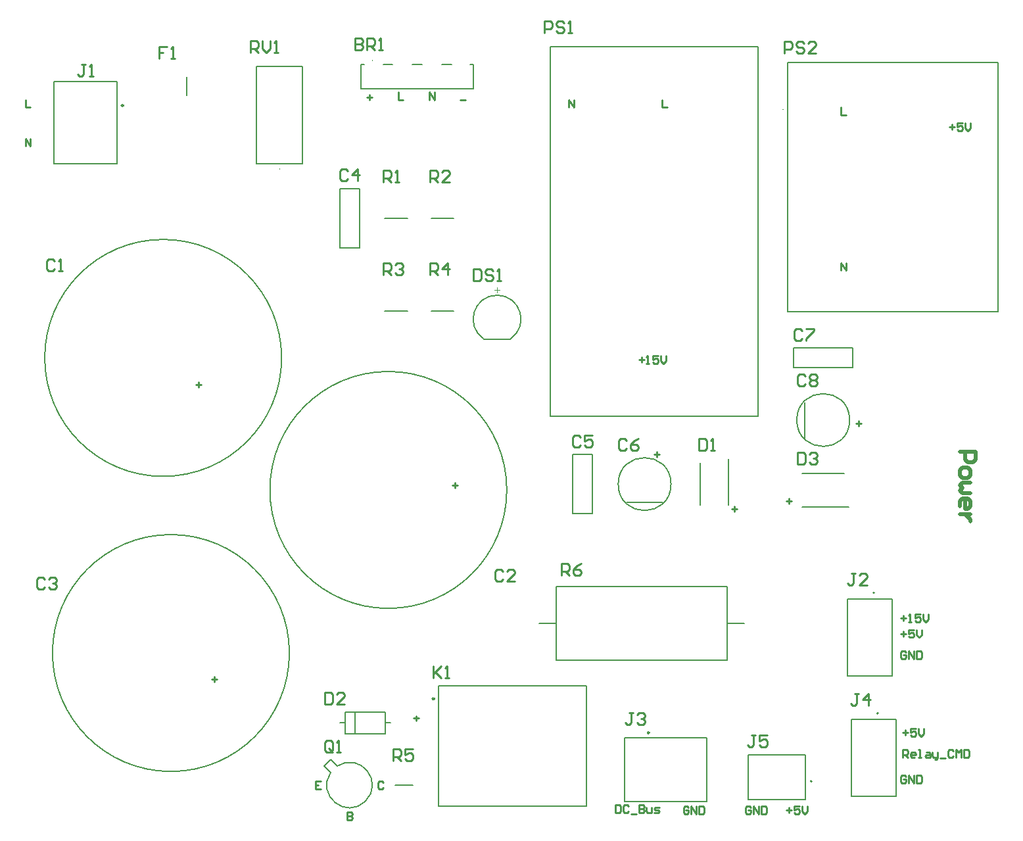
<source format=gto>
G04*
G04 #@! TF.GenerationSoftware,Altium Limited,Altium Designer,23.4.1 (23)*
G04*
G04 Layer_Color=65535*
%FSLAX44Y44*%
%MOMM*%
G71*
G04*
G04 #@! TF.SameCoordinates,D707CC84-C655-447D-9D72-A261F95A4AE0*
G04*
G04*
G04 #@! TF.FilePolarity,Positive*
G04*
G01*
G75*
%ADD10C,0.2000*%
%ADD11C,0.1000*%
%ADD12C,0.1500*%
%ADD13C,0.2500*%
%ADD14C,0.3000*%
%ADD15C,0.1270*%
%ADD16C,0.2540*%
%ADD17C,0.5000*%
D10*
X372500Y220000D02*
G03*
X372500Y220000I-152500J0D01*
G01*
X362500Y600000D02*
G03*
X362500Y600000I-152500J0D01*
G01*
X1131000Y142500D02*
G03*
X1131000Y142500I-1000J0D01*
G01*
X1045400Y54750D02*
G03*
X1045400Y54750I-1000J0D01*
G01*
X1126250Y297500D02*
G03*
X1126250Y297500I-1000J0D01*
G01*
X652500Y430000D02*
G03*
X652500Y430000I-152500J0D01*
G01*
X425648Y66114D02*
G03*
X433927Y74378I24351J-16114D01*
G01*
X737300Y399400D02*
X762700D01*
Y475600D01*
X737300D02*
X762700D01*
X737300Y399400D02*
Y475600D01*
X1014500Y980500D02*
X1285500D01*
Y659500D02*
Y980500D01*
X1014500Y659500D02*
X1285500D01*
X1014500D02*
Y980500D01*
X1036250Y497000D02*
Y543000D01*
X1021900Y612700D02*
X1098100D01*
Y587300D02*
Y612700D01*
X1021900Y587300D02*
X1098100D01*
X1021900D02*
Y612700D01*
X1033000Y451580D02*
X1087000D01*
X1033000Y408420D02*
X1092750D01*
X464900Y977500D02*
X469150D01*
X464900Y946500D02*
Y977500D01*
Y946500D02*
X609400D01*
Y977500D01*
X605150D02*
X609400D01*
X569150D02*
X581150D01*
X531150D02*
X543150D01*
X493150D02*
X505150D01*
X437300Y818100D02*
X462700D01*
X437300Y741900D02*
Y818100D01*
Y741900D02*
X462700D01*
Y818100D01*
X804000Y29000D02*
Y111000D01*
X910000D01*
Y29000D02*
Y111000D01*
X804000Y29000D02*
X910000D01*
X508500Y50000D02*
X531500D01*
X69000Y850000D02*
Y956000D01*
Y850000D02*
X151000D01*
Y956000D01*
X69000D02*
X151000D01*
X708500Y1000500D02*
X976500D01*
X708500Y524500D02*
Y1000500D01*
Y524500D02*
X976500D01*
Y1000500D01*
X555500Y660000D02*
X584500D01*
X495500Y660000D02*
X524500D01*
X555500Y780000D02*
X584500D01*
X495500Y780000D02*
X524500D01*
X240000Y938300D02*
Y961700D01*
X330500Y850000D02*
X389500D01*
Y975000D01*
X330500D02*
X389500D01*
X330500Y850000D02*
Y975000D01*
X938100Y410500D02*
Y470250D01*
X901900Y410500D02*
Y464500D01*
X807000Y413750D02*
X853000D01*
X457000Y116700D02*
Y143300D01*
X496000Y130000D02*
X502650D01*
X437350D02*
X444000D01*
Y116000D02*
Y144000D01*
Y116000D02*
X496000D01*
Y144000D01*
X444000D02*
X496000D01*
X417098Y74661D02*
X425654Y66105D01*
X417098Y74661D02*
X425371Y82935D01*
X433927Y74378D01*
D11*
X1008000Y920000D02*
G03*
X1009000Y920000I500J0D01*
G01*
D02*
G03*
X1008000Y920000I-500J0D01*
G01*
X479000Y983000D02*
Y984000D01*
Y983000D01*
X857500Y1005000D02*
G03*
X857500Y1006000I0J500D01*
G01*
D02*
G03*
X857500Y1005000I0J-500D01*
G01*
X360000Y844000D02*
G03*
X360000Y843000I0J-500D01*
G01*
D02*
G03*
X360000Y844000I0J500D01*
G01*
X643556Y687072D02*
X636700D01*
X640128Y690500D02*
Y683644D01*
D12*
X1094000Y520000D02*
G03*
X1094000Y520000I-34000J0D01*
G01*
X656808Y624247D02*
G03*
X623190Y624251I-16806J25751D01*
G01*
X864000Y437500D02*
G03*
X864000Y437500I-34000J0D01*
G01*
X623190Y624250D02*
X656808D01*
D13*
X836250Y117500D02*
G03*
X836250Y117500I-1250J0D01*
G01*
X158750Y925000D02*
G03*
X158750Y925000I-1250J0D01*
G01*
D14*
X559000Y161190D02*
G03*
X559000Y161190I-1000J0D01*
G01*
D15*
X936000Y210500D02*
Y258000D01*
Y305500D01*
X716000D02*
X936000D01*
X716000Y258000D02*
Y305500D01*
Y210500D02*
Y258000D01*
Y210500D02*
X936000D01*
X694075Y258000D02*
X716000D01*
X936000D02*
X957925D01*
X1096000Y35500D02*
Y134500D01*
X1153500D01*
Y35500D02*
Y134500D01*
X1096000Y35500D02*
X1153500D01*
X1037000Y31250D02*
Y88750D01*
X963000Y31250D02*
X1037000D01*
X963000D02*
Y88750D01*
X1037000D01*
X1091250Y190500D02*
Y289500D01*
X1148750D01*
Y190500D02*
Y289500D01*
X1091250Y190500D02*
X1148750D01*
X564500Y22500D02*
Y177500D01*
X755500D01*
Y22500D02*
Y177500D01*
X564500Y22500D02*
X755500D01*
D16*
X1166704Y220871D02*
X1165038Y222537D01*
X1161706D01*
X1160040Y220871D01*
Y214206D01*
X1161706Y212540D01*
X1165038D01*
X1166704Y214206D01*
Y217538D01*
X1163372D01*
X1170037Y212540D02*
Y222537D01*
X1176701Y212540D01*
Y222537D01*
X1180034D02*
Y212540D01*
X1185032D01*
X1186698Y214206D01*
Y220871D01*
X1185032Y222537D01*
X1180034D01*
X1166704Y60871D02*
X1165038Y62537D01*
X1161706D01*
X1160040Y60871D01*
Y54206D01*
X1161706Y52540D01*
X1165038D01*
X1166704Y54206D01*
Y57538D01*
X1163372D01*
X1170037Y52540D02*
Y62537D01*
X1176701Y52540D01*
Y62537D01*
X1180034D02*
Y52540D01*
X1185032D01*
X1186698Y54206D01*
Y60871D01*
X1185032Y62537D01*
X1180034D01*
X966704Y20871D02*
X965038Y22537D01*
X961706D01*
X960040Y20871D01*
Y14206D01*
X961706Y12540D01*
X965038D01*
X966704Y14206D01*
Y17538D01*
X963372D01*
X970037Y12540D02*
Y22537D01*
X976701Y12540D01*
Y22537D01*
X980034D02*
Y12540D01*
X985032D01*
X986698Y14206D01*
Y20871D01*
X985032Y22537D01*
X980034D01*
X886704Y20871D02*
X885038Y22537D01*
X881706D01*
X880040Y20871D01*
Y14206D01*
X881706Y12540D01*
X885038D01*
X886704Y14206D01*
Y17538D01*
X883372D01*
X890037Y12540D02*
Y22537D01*
X896701Y12540D01*
Y22537D01*
X900034D02*
Y12540D01*
X905032D01*
X906698Y14206D01*
Y20871D01*
X905032Y22537D01*
X900034D01*
X493332Y53332D02*
X491666Y54998D01*
X488334D01*
X486668Y53332D01*
Y46668D01*
X488334Y45002D01*
X491666D01*
X493332Y46668D01*
X446668Y14998D02*
Y5002D01*
X451666D01*
X453332Y6668D01*
Y8334D01*
X451666Y10000D01*
X446668D01*
X451666D01*
X453332Y11666D01*
Y13332D01*
X451666Y14998D01*
X446668D01*
X413332Y54998D02*
X406668D01*
Y45002D01*
X413332D01*
X406668Y50000D02*
X410000D01*
X1012540Y415872D02*
X1019204D01*
X1015872Y419204D02*
Y412540D01*
X942540Y405872D02*
X949204D01*
X945872Y409204D02*
Y402540D01*
X1222540Y897538D02*
X1229204D01*
X1225872Y900871D02*
Y894206D01*
X1239201Y902537D02*
X1232537D01*
Y897538D01*
X1235869Y899204D01*
X1237535D01*
X1239201Y897538D01*
Y894206D01*
X1237535Y892540D01*
X1234203D01*
X1232537Y894206D01*
X1242534Y902537D02*
Y895872D01*
X1245866Y892540D01*
X1249198Y895872D01*
Y902537D01*
X822540Y597538D02*
X829204D01*
X825872Y600871D02*
Y594206D01*
X832537Y592540D02*
X835869D01*
X834203D01*
Y602537D01*
X832537Y600871D01*
X847532Y602537D02*
X840867D01*
Y597538D01*
X844200Y599204D01*
X845866D01*
X847532Y597538D01*
Y594206D01*
X845866Y592540D01*
X842534D01*
X840867Y594206D01*
X850864Y602537D02*
Y595872D01*
X854196Y592540D01*
X857529Y595872D01*
Y602537D01*
X1082540Y712540D02*
Y722537D01*
X1089204Y712540D01*
Y722537D01*
X732540Y922540D02*
Y932537D01*
X739204Y922540D01*
Y932537D01*
X1082540Y922537D02*
Y912540D01*
X1089204D01*
X852540Y932537D02*
Y922540D01*
X859204D01*
X592540Y932540D02*
X599204D01*
X472540Y935872D02*
X479204D01*
X475872Y939204D02*
Y932540D01*
X552540D02*
Y942537D01*
X559204Y932540D01*
Y942537D01*
X512540D02*
Y932540D01*
X519204D01*
X32540Y872540D02*
Y882537D01*
X39204Y872540D01*
Y882537D01*
X32540Y932537D02*
Y922540D01*
X39204D01*
X532540Y135872D02*
X539204D01*
X535872Y139205D02*
Y132540D01*
X1102540Y515872D02*
X1109204D01*
X1105872Y519204D02*
Y512540D01*
X842540Y475872D02*
X849204D01*
X845872Y479204D02*
Y472540D01*
X252540Y565872D02*
X259205D01*
X255872Y569204D02*
Y562540D01*
X582540Y435872D02*
X589204D01*
X585872Y439204D02*
Y432540D01*
X272540Y185872D02*
X279205D01*
X275872Y189205D02*
Y182540D01*
X792540Y24203D02*
Y14206D01*
X797538D01*
X799204Y15872D01*
Y22537D01*
X797538Y24203D01*
X792540D01*
X809201Y22537D02*
X807535Y24203D01*
X804203D01*
X802537Y22537D01*
Y15872D01*
X804203Y14206D01*
X807535D01*
X809201Y15872D01*
X812534Y12540D02*
X819198D01*
X822530Y24203D02*
Y14206D01*
X827529D01*
X829195Y15872D01*
Y17538D01*
X827529Y19204D01*
X822530D01*
X827529D01*
X829195Y20871D01*
Y22537D01*
X827529Y24203D01*
X822530D01*
X832527Y20871D02*
Y15872D01*
X834193Y14206D01*
X839192D01*
Y20871D01*
X842524Y14206D02*
X847522D01*
X849188Y15872D01*
X847522Y17538D01*
X844190D01*
X842524Y19204D01*
X844190Y20871D01*
X849188D01*
X1012540Y17538D02*
X1019204D01*
X1015872Y20871D02*
Y14206D01*
X1029201Y22537D02*
X1022537D01*
Y17538D01*
X1025869Y19204D01*
X1027535D01*
X1029201Y17538D01*
Y14206D01*
X1027535Y12540D01*
X1024203D01*
X1022537Y14206D01*
X1032534Y22537D02*
Y15872D01*
X1035866Y12540D01*
X1039198Y15872D01*
Y22537D01*
X1162540Y85872D02*
Y95869D01*
X1167538D01*
X1169204Y94203D01*
Y90871D01*
X1167538Y89205D01*
X1162540D01*
X1165872D02*
X1169204Y85872D01*
X1177535D02*
X1174203D01*
X1172537Y87538D01*
Y90871D01*
X1174203Y92537D01*
X1177535D01*
X1179201Y90871D01*
Y89205D01*
X1172537D01*
X1182534Y85872D02*
X1185866D01*
X1184200D01*
Y95869D01*
X1182534D01*
X1192530Y92537D02*
X1195863D01*
X1197529Y90871D01*
Y85872D01*
X1192530D01*
X1190864Y87538D01*
X1192530Y89205D01*
X1197529D01*
X1200861Y92537D02*
Y87538D01*
X1202527Y85872D01*
X1207525D01*
Y84206D01*
X1205859Y82540D01*
X1204193D01*
X1207525Y85872D02*
Y92537D01*
X1210858Y84206D02*
X1217522D01*
X1227519Y94203D02*
X1225853Y95869D01*
X1222521D01*
X1220854Y94203D01*
Y87538D01*
X1222521Y85872D01*
X1225853D01*
X1227519Y87538D01*
X1230851Y85872D02*
Y95869D01*
X1234184Y92537D01*
X1237516Y95869D01*
Y85872D01*
X1240848Y95869D02*
Y85872D01*
X1245846D01*
X1247513Y87538D01*
Y94203D01*
X1245846Y95869D01*
X1240848D01*
X1162540Y117538D02*
X1169204D01*
X1165872Y120871D02*
Y114206D01*
X1179201Y122537D02*
X1172537D01*
Y117538D01*
X1175869Y119205D01*
X1177535D01*
X1179201Y117538D01*
Y114206D01*
X1177535Y112540D01*
X1174203D01*
X1172537Y114206D01*
X1182534Y122537D02*
Y115872D01*
X1185866Y112540D01*
X1189198Y115872D01*
Y122537D01*
X1160000Y244998D02*
X1166665D01*
X1163332Y248331D02*
Y241666D01*
X1176661Y249997D02*
X1169997D01*
Y244998D01*
X1173329Y246665D01*
X1174995D01*
X1176661Y244998D01*
Y241666D01*
X1174995Y240000D01*
X1171663D01*
X1169997Y241666D01*
X1179994Y249997D02*
Y243332D01*
X1183326Y240000D01*
X1186658Y243332D01*
Y249997D01*
X1160000Y264998D02*
X1166665D01*
X1163332Y268331D02*
Y261666D01*
X1169997Y260000D02*
X1173329D01*
X1171663D01*
Y269997D01*
X1169997Y268331D01*
X1184992Y269997D02*
X1178327D01*
Y264998D01*
X1181660Y266665D01*
X1183326D01*
X1184992Y264998D01*
Y261666D01*
X1183326Y260000D01*
X1179994D01*
X1178327Y261666D01*
X1188324Y269997D02*
Y263332D01*
X1191656Y260000D01*
X1194989Y263332D01*
Y269997D01*
X972949Y114279D02*
X967870D01*
X970409D01*
Y101583D01*
X967870Y99044D01*
X965331D01*
X962792Y101583D01*
X988184Y114279D02*
X978027D01*
Y106662D01*
X983105Y109201D01*
X985645D01*
X988184Y106662D01*
Y101583D01*
X985645Y99044D01*
X980566D01*
X978027Y101583D01*
X1106045Y167365D02*
X1100966D01*
X1103505D01*
Y154669D01*
X1100966Y152130D01*
X1098427D01*
X1095888Y154669D01*
X1118741Y152130D02*
Y167365D01*
X1111123Y159747D01*
X1121280D01*
X815469Y142981D02*
X810390D01*
X812930D01*
Y130285D01*
X810390Y127746D01*
X807851D01*
X805312Y130285D01*
X820547Y140442D02*
X823086Y142981D01*
X828165D01*
X830704Y140442D01*
Y137903D01*
X828165Y135364D01*
X825625D01*
X828165D01*
X830704Y132824D01*
Y130285D01*
X828165Y127746D01*
X823086D01*
X820547Y130285D01*
X447931Y840466D02*
X445392Y843005D01*
X440313D01*
X437774Y840466D01*
Y830309D01*
X440313Y827770D01*
X445392D01*
X447931Y830309D01*
X460627Y827770D02*
Y843005D01*
X453009Y835387D01*
X463166D01*
X456824Y1011661D02*
Y996426D01*
X464441D01*
X466981Y998965D01*
Y1001504D01*
X464441Y1004044D01*
X456824D01*
X464441D01*
X466981Y1006583D01*
Y1009122D01*
X464441Y1011661D01*
X456824D01*
X472059Y996426D02*
Y1011661D01*
X479677D01*
X482216Y1009122D01*
Y1004044D01*
X479677Y1001504D01*
X472059D01*
X477137D02*
X482216Y996426D01*
X487294D02*
X492373D01*
X489833D01*
Y1011661D01*
X487294Y1009122D01*
X609478Y714481D02*
Y699246D01*
X617095D01*
X619635Y701785D01*
Y711942D01*
X617095Y714481D01*
X609478D01*
X634870Y711942D02*
X632331Y714481D01*
X627252D01*
X624713Y711942D01*
Y709403D01*
X627252Y706863D01*
X632331D01*
X634870Y704324D01*
Y701785D01*
X632331Y699246D01*
X627252D01*
X624713Y701785D01*
X639948Y699246D02*
X645026D01*
X642487D01*
Y714481D01*
X639948Y711942D01*
X1101219Y322305D02*
X1096140D01*
X1098680D01*
Y309609D01*
X1096140Y307070D01*
X1093601D01*
X1091062Y309609D01*
X1116454Y307070D02*
X1106297D01*
X1116454Y317227D01*
Y319766D01*
X1113915Y322305D01*
X1108836D01*
X1106297Y319766D01*
X322458Y993124D02*
Y1008359D01*
X330075D01*
X332615Y1005820D01*
Y1000742D01*
X330075Y998202D01*
X322458D01*
X327536D02*
X332615Y993124D01*
X337693Y1008359D02*
Y998202D01*
X342771Y993124D01*
X347850Y998202D01*
Y1008359D01*
X352928Y993124D02*
X358007D01*
X355467D01*
Y1008359D01*
X352928Y1005820D01*
X723304Y320382D02*
Y335617D01*
X730922D01*
X733461Y333078D01*
Y328000D01*
X730922Y325461D01*
X723304D01*
X728382D02*
X733461Y320382D01*
X748696Y335617D02*
X743617Y333078D01*
X738539Y328000D01*
Y322922D01*
X741078Y320382D01*
X746157D01*
X748696Y322922D01*
Y325461D01*
X746157Y328000D01*
X738539D01*
X506354Y81010D02*
Y96245D01*
X513971D01*
X516511Y93706D01*
Y88628D01*
X513971Y86088D01*
X506354D01*
X511432D02*
X516511Y81010D01*
X531746Y96245D02*
X521589D01*
Y88628D01*
X526667Y91167D01*
X529207D01*
X531746Y88628D01*
Y83549D01*
X529207Y81010D01*
X524128D01*
X521589Y83549D01*
X553344Y706612D02*
Y721847D01*
X560961D01*
X563501Y719308D01*
Y714230D01*
X560961Y711690D01*
X553344D01*
X558422D02*
X563501Y706612D01*
X576197D02*
Y721847D01*
X568579Y714230D01*
X578736D01*
X493400Y706612D02*
Y721847D01*
X501017D01*
X503557Y719308D01*
Y714230D01*
X501017Y711690D01*
X493400D01*
X498478D02*
X503557Y706612D01*
X508635Y719308D02*
X511174Y721847D01*
X516253D01*
X518792Y719308D01*
Y716769D01*
X516253Y714230D01*
X513713D01*
X516253D01*
X518792Y711690D01*
Y709151D01*
X516253Y706612D01*
X511174D01*
X508635Y709151D01*
X553344Y826500D02*
Y841735D01*
X560961D01*
X563501Y839196D01*
Y834118D01*
X560961Y831578D01*
X553344D01*
X558422D02*
X563501Y826500D01*
X578736D02*
X568579D01*
X578736Y836657D01*
Y839196D01*
X576197Y841735D01*
X571118D01*
X568579Y839196D01*
X493400Y826500D02*
Y841735D01*
X501017D01*
X503557Y839196D01*
Y834118D01*
X501017Y831578D01*
X493400D01*
X498478D02*
X503557Y826500D01*
X508635D02*
X513713D01*
X511174D01*
Y841735D01*
X508635Y839196D01*
X428119Y94725D02*
Y104882D01*
X425579Y107421D01*
X420501D01*
X417962Y104882D01*
Y94725D01*
X420501Y92186D01*
X425579D01*
X423040Y97264D02*
X428119Y92186D01*
X425579D02*
X428119Y94725D01*
X433197Y92186D02*
X438275D01*
X435736D01*
Y107421D01*
X433197Y104882D01*
X1009687Y992382D02*
Y1007617D01*
X1017304D01*
X1019843Y1005078D01*
Y1000000D01*
X1017304Y997461D01*
X1009687D01*
X1035078Y1005078D02*
X1032539Y1007617D01*
X1027461D01*
X1024922Y1005078D01*
Y1002539D01*
X1027461Y1000000D01*
X1032539D01*
X1035078Y997461D01*
Y994922D01*
X1032539Y992382D01*
X1027461D01*
X1024922Y994922D01*
X1050313Y992382D02*
X1040157D01*
X1050313Y1002539D01*
Y1005078D01*
X1047774Y1007617D01*
X1042696D01*
X1040157Y1005078D01*
X700664Y1018524D02*
Y1033759D01*
X708281D01*
X710821Y1031220D01*
Y1026142D01*
X708281Y1023602D01*
X700664D01*
X726056Y1031220D02*
X723517Y1033759D01*
X718438D01*
X715899Y1031220D01*
Y1028681D01*
X718438Y1026142D01*
X723517D01*
X726056Y1023602D01*
Y1021063D01*
X723517Y1018524D01*
X718438D01*
X715899Y1021063D01*
X731134Y1018524D02*
X736212D01*
X733673D01*
Y1033759D01*
X731134Y1031220D01*
X557916Y203179D02*
Y187944D01*
Y193022D01*
X568073Y203179D01*
X560455Y195562D01*
X568073Y187944D01*
X573151D02*
X578229D01*
X575690D01*
Y203179D01*
X573151Y200640D01*
X110000Y977617D02*
X104922D01*
X107461D01*
Y964922D01*
X104922Y962383D01*
X102382D01*
X99843Y964922D01*
X115078Y962383D02*
X120157D01*
X117618D01*
Y977617D01*
X115078Y975078D01*
X214759Y1000739D02*
X204602D01*
Y993121D01*
X209680D01*
X204602D01*
Y985504D01*
X219837D02*
X224915D01*
X222376D01*
Y1000739D01*
X219837Y998200D01*
X1026800Y478515D02*
Y463280D01*
X1034417D01*
X1036957Y465819D01*
Y475976D01*
X1034417Y478515D01*
X1026800D01*
X1042035Y475976D02*
X1044574Y478515D01*
X1049653D01*
X1052192Y475976D01*
Y473437D01*
X1049653Y470897D01*
X1047113D01*
X1049653D01*
X1052192Y468358D01*
Y465819D01*
X1049653Y463280D01*
X1044574D01*
X1042035Y465819D01*
X418470Y168889D02*
Y153654D01*
X426087D01*
X428627Y156193D01*
Y166350D01*
X426087Y168889D01*
X418470D01*
X443862Y153654D02*
X433705D01*
X443862Y163811D01*
Y166350D01*
X441323Y168889D01*
X436244D01*
X433705Y166350D01*
X900054Y496041D02*
Y480806D01*
X907672D01*
X910211Y483345D01*
Y493502D01*
X907672Y496041D01*
X900054D01*
X915289Y480806D02*
X920367D01*
X917828D01*
Y496041D01*
X915289Y493502D01*
X1036703Y576306D02*
X1034164Y578845D01*
X1029085D01*
X1026546Y576306D01*
Y566149D01*
X1029085Y563610D01*
X1034164D01*
X1036703Y566149D01*
X1041781Y576306D02*
X1044320Y578845D01*
X1049399D01*
X1051938Y576306D01*
Y573767D01*
X1049399Y571227D01*
X1051938Y568688D01*
Y566149D01*
X1049399Y563610D01*
X1044320D01*
X1041781Y566149D01*
Y568688D01*
X1044320Y571227D01*
X1041781Y573767D01*
Y576306D01*
X1044320Y571227D02*
X1049399D01*
X1032639Y634980D02*
X1030099Y637519D01*
X1025021D01*
X1022482Y634980D01*
Y624823D01*
X1025021Y622284D01*
X1030099D01*
X1032639Y624823D01*
X1037717Y637519D02*
X1047874D01*
Y634980D01*
X1037717Y624823D01*
Y622284D01*
X806579Y493756D02*
X804040Y496295D01*
X798961D01*
X796422Y493756D01*
Y483599D01*
X798961Y481060D01*
X804040D01*
X806579Y483599D01*
X821814Y496295D02*
X816735Y493756D01*
X811657Y488677D01*
Y483599D01*
X814196Y481060D01*
X819275D01*
X821814Y483599D01*
Y486138D01*
X819275Y488677D01*
X811657D01*
X747905Y497820D02*
X745366Y500359D01*
X740287D01*
X737748Y497820D01*
Y487663D01*
X740287Y485124D01*
X745366D01*
X747905Y487663D01*
X763140Y500359D02*
X752983D01*
Y492742D01*
X758061Y495281D01*
X760601D01*
X763140Y492742D01*
Y487663D01*
X760601Y485124D01*
X755522D01*
X752983Y487663D01*
X57461Y315078D02*
X54922Y317617D01*
X49843D01*
X47304Y315078D01*
Y304922D01*
X49843Y302383D01*
X54922D01*
X57461Y304922D01*
X62539Y315078D02*
X65078Y317617D01*
X70157D01*
X72696Y315078D01*
Y312539D01*
X70157Y310000D01*
X67618D01*
X70157D01*
X72696Y307461D01*
Y304922D01*
X70157Y302383D01*
X65078D01*
X62539Y304922D01*
X647461Y325078D02*
X644922Y327617D01*
X639843D01*
X637304Y325078D01*
Y314922D01*
X639843Y312383D01*
X644922D01*
X647461Y314922D01*
X662696Y312383D02*
X652539D01*
X662696Y322539D01*
Y325078D01*
X660157Y327617D01*
X655078D01*
X652539Y325078D01*
X70000Y725078D02*
X67461Y727617D01*
X62382D01*
X59843Y725078D01*
Y714922D01*
X62382Y712383D01*
X67461D01*
X70000Y714922D01*
X75078Y712383D02*
X80157D01*
X77618D01*
Y727617D01*
X75078Y725078D01*
D17*
X1236000Y479000D02*
X1255994D01*
Y469003D01*
X1252661Y465671D01*
X1245997D01*
X1242664Y469003D01*
Y479000D01*
X1236000Y455674D02*
Y449010D01*
X1239332Y445677D01*
X1245997D01*
X1249329Y449010D01*
Y455674D01*
X1245997Y459006D01*
X1239332D01*
X1236000Y455674D01*
X1249329Y439013D02*
X1239332D01*
X1236000Y435681D01*
X1239332Y432348D01*
X1236000Y429016D01*
X1239332Y425684D01*
X1249329D01*
X1236000Y409022D02*
Y415687D01*
X1239332Y419019D01*
X1245997D01*
X1249329Y415687D01*
Y409022D01*
X1245997Y405690D01*
X1242664D01*
Y419019D01*
X1249329Y399026D02*
X1236000D01*
X1242664D01*
X1245997Y395694D01*
X1249329Y392361D01*
Y389029D01*
M02*

</source>
